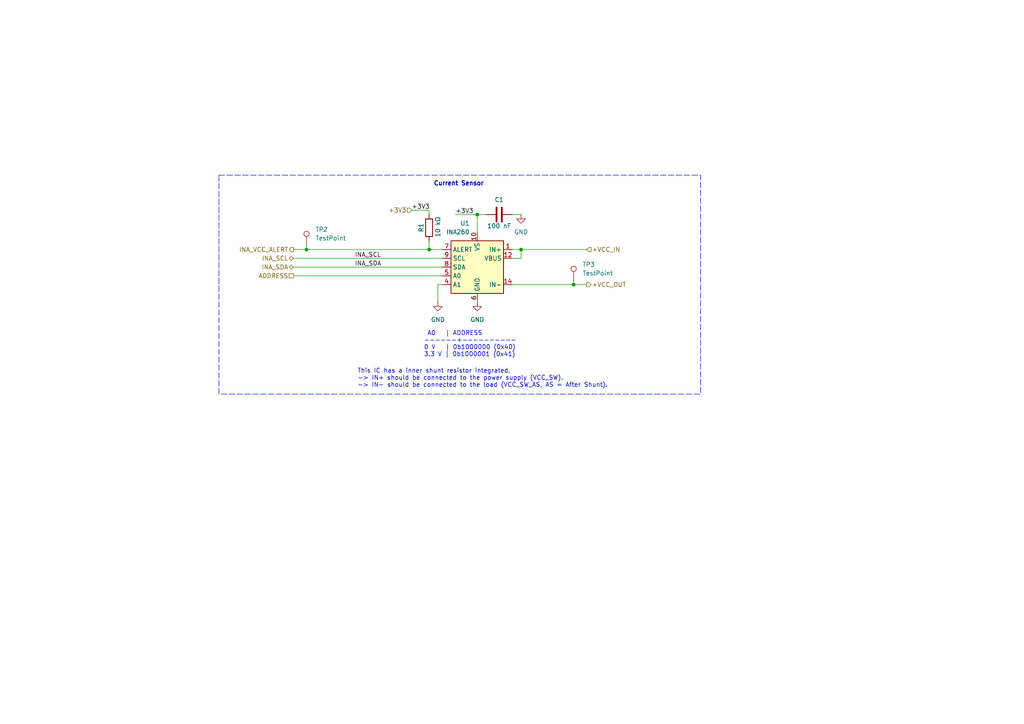
<source format=kicad_sch>
(kicad_sch (version 20231120) (generator "eeschema") (generator_version "8.0")
  (paper "A4")
  (lib_symbols
    (symbol "Connector:TestPoint" (pin_numbers hide) (pin_names (offset 0.762) hide)
      (property "Reference" "TP" (at 0 6.858 0))
      (property "Value" "TestPoint" (at 0 5.08 0))
      (symbol "TestPoint_0_1"
        (circle (center 0 3.302) (radius 0.762))
      )
      (symbol "TestPoint_1_1"
        (pin passive line (at 0 0 90) (length 2.54) (name "1") (number "1"))
      )
    )
    (symbol "Device:C" (pin_numbers hide) (pin_names (offset 0.254))
      (property "Reference" "C" (at 0.635 2.54 0))
      (property "Value" "C" (at 0.635 -2.54 0))
      (symbol "C_0_1"
        (polyline (pts (xy -2.032 -0.762) (xy 2.032 -0.762)) (stroke (width 0.508)))
        (polyline (pts (xy -2.032 0.762) (xy 2.032 0.762)) (stroke (width 0.508)))
      )
      (symbol "C_1_1"
        (pin passive line (at 0 3.81 270) (length 2.794) (name "~") (number "1"))
        (pin passive line (at 0 -3.81 90) (length 2.794) (name "~") (number "2"))
      )
    )
    (symbol "Device:R" (pin_numbers hide) (pin_names (offset 0))
      (property "Reference" "R" (at 2.032 0 90))
      (property "Value" "R" (at 0 0 90))
      (symbol "R_0_1"
        (rectangle (start -1.016 -2.54) (end 1.016 2.54) (stroke (width 0.254)))
      )
      (symbol "R_1_1"
        (pin passive line (at 0 3.81 270) (length 1.27) (name "~") (number "1"))
        (pin passive line (at 0 -3.81 90) (length 1.27) (name "~") (number "2"))
      )
    )
    (symbol "Sensor:INA260"
      (property "Reference" "U" (at -6.35 8.89 0))
      (property "Value" "INA260" (at 2.54 8.89 0))
      (symbol "INA260_0_1"
        (rectangle (start -7.62 7.62) (end 7.62 -7.62) (stroke (width 0.254)) (fill (type background)))
      )
      (symbol "INA260_1_1"
        (pin passive line (at -10.16 5.08 0) (length 2.54) (name "IN+") (number "1"))
        (pin power_in line (at 0 10.16 270) (length 2.54) (name "VS") (number "10"))
        (pin passive line (at 0 -10.16 90) (length 2.54) hide (name "GND") (number "11"))
        (pin passive line (at -10.16 2.54 0) (length 2.54) (name "VBUS") (number "12"))
        (pin no_connect line (at 2.54 -7.62 90) (length 2.54) hide (name "NC") (number "13"))
        (pin passive line (at -10.16 -5.08 0) (length 2.54) (name "IN-") (number "14"))
        (pin passive line (at -10.16 -5.08 0) (length 2.54) hide (name "IN-") (number "15"))
        (pin passive line (at -10.16 -5.08 0) (length 2.54) hide (name "IN-") (number "16"))
        (pin passive line (at -10.16 5.08 0) (length 2.54) hide (name "IN+") (number "2"))
        (pin passive line (at -10.16 5.08 0) (length 2.54) hide (name "IN+") (number "3"))
        (pin input line (at 10.16 -5.08 180) (length 2.54) (name "A1") (number "4"))
        (pin input line (at 10.16 -2.54 180) (length 2.54) (name "A0") (number "5"))
        (pin power_in line (at 0 -10.16 90) (length 2.54) (name "GND") (number "6"))
        (pin open_collector line (at 10.16 5.08 180) (length 2.54) (name "ALERT") (number "7"))
        (pin bidirectional line (at 10.16 0 180) (length 2.54) (name "SDA") (number "8"))
        (pin input line (at 10.16 2.54 180) (length 2.54) (name "SCL") (number "9"))
      )
    )
    (symbol "power:GND" (power) (pin_numbers hide) (pin_names (offset 0) hide)
      (property "Value" "GND" (at 0 -3.81 0))
      (symbol "GND_0_1"
        (polyline (pts (xy 0 0) (xy 0 -1.27) (xy 1.27 -1.27) (xy 0 -2.54) (xy -1.27 -1.27) (xy 0 -1.27)))
      )
      (symbol "GND_1_1"
        (pin power_in line (at 0 0 270) (length 0) (name "~") (number "1"))
      )
    )
  )
  (junction (at 124.46 72.39))
  (junction (at 88.9 72.39))
  (junction (at 138.43 62.23))
  (junction (at 166.37 82.55))
  (junction (at 151.13 72.39))
  (wire (pts (xy 151.13 62.23) (xy 148.59 62.23)))
  (wire (pts (xy 166.37 81.28) (xy 166.37 82.55)))
  (wire (pts (xy 148.59 74.93) (xy 151.13 74.93)))
  (wire (pts (xy 148.59 82.55) (xy 166.37 82.55)))
  (wire (pts (xy 124.46 72.39) (xy 128.27 72.39)))
  (wire (pts (xy 119.38 60.96) (xy 124.46 60.96)))
  (wire (pts (xy 166.37 82.55) (xy 170.18 82.55)))
  (wire (pts (xy 85.09 77.47) (xy 128.27 77.47)))
  (wire (pts (xy 138.43 67.31) (xy 138.43 62.23)))
  (wire (pts (xy 124.46 62.23) (xy 124.46 60.96)))
  (wire (pts (xy 127 82.55) (xy 127 87.63)))
  (wire (pts (xy 151.13 72.39) (xy 151.13 74.93)))
  (wire (pts (xy 128.27 80.01) (xy 85.09 80.01)))
  (wire (pts (xy 85.09 74.93) (xy 128.27 74.93)))
  (wire (pts (xy 138.43 62.23) (xy 140.97 62.23)))
  (wire (pts (xy 124.46 69.85) (xy 124.46 72.39)))
  (wire (pts (xy 88.9 72.39) (xy 124.46 72.39)))
  (wire (pts (xy 148.59 72.39) (xy 151.13 72.39)))
  (wire (pts (xy 151.13 72.39) (xy 170.18 72.39)))
  (wire (pts (xy 132.08 62.23) (xy 138.43 62.23)))
  (wire (pts (xy 88.9 71.12) (xy 88.9 72.39)))
  (wire (pts (xy 85.09 72.39) (xy 88.9 72.39)))
  (wire (pts (xy 127 82.55) (xy 128.27 82.55)))
  (rectangle (start 63.5 50.8) (end 203.2 114.3) (stroke (width 0) (type dash)))
  (text " A0   | ADDRESS\n------+----------\n0 V   | 0b1000000 (0x40)\n3.3 V | 0b1000001 (0x41)" (at 122.936 99.822 0) (effects (font (size 1.27 1.27)) (justify left)))
  (text "This IC has a inner shunt resistor integrated.\n-> IN+ should be connected to the power supply (VCC_SW).\n-> IN- should be connected to the load (VCC_SW_AS, AS = After Shunt)." (at 103.632 109.728 0) (effects (font (size 1.27 1.27)) (justify left)))
  (text "Current Sensor" (at 125.73 53.34 0) (effects (font (size 1.27 1.27) (thickness 0.254) (bold yes)) (justify left)))
  (label "INA_SDA" (at 102.87 77.47 0))
  (label "+3V3" (at 132.08 62.23 0))
  (label "+3V3" (at 119.38 60.96 0))
  (label "INA_SCL" (at 102.87 74.93 0))
  (hierarchical_label "+VCC_OUT" (shape output) (at 170.18 82.55 0))
  (hierarchical_label "INA_SCL" (shape bidirectional) (at 85.09 74.93 180))
  (hierarchical_label "+VCC_IN" (shape input) (at 170.18 72.39 0))
  (hierarchical_label "INA_VCC_ALERT" (shape output) (at 85.09 72.39 180))
  (hierarchical_label "+3V3" (shape input) (at 119.38 60.96 180))
  (hierarchical_label "ADDRESS" (shape passive) (at 85.09 80.01 180))
  (hierarchical_label "INA_SDA" (shape bidirectional) (at 85.09 77.47 180))
  (symbol (lib_id "Device:R") (at 124.46 66.04 180) (unit 1)
    (property "Reference" "R1" (at 122.174 66.04 90))
    (property "Value" "10 kΩ" (at 127 65.786 90))
    (property "Footprint" "Resistor_SMD:R_0603_1608Metric_Pad0.98x0.95mm_HandSolder" (effects (hide yes)))
    (property "Description" "RES SMD 10K OHM 1% 1/10W" (effects (hide yes)))
    (property "mpn" "ERJ-3EKF1002V" (effects (hide yes)))
    (property "manufacturer" "Panasonic Electronic Components" (effects (hide yes)))
    (instances (project "rpi_power_warden_hat" (path "" (reference "R1") (unit 1)) (path "" (reference "R2") (unit 1))))
  )
  (symbol (lib_id "power:GND") (at 151.13 62.23 0) (unit 1)
    (property "Reference" "#PWR7" (effects (hide yes)))
    (property "Value" "GND" (at 151.13 67.31 0))
    (property "Description" "Power symbol creates a global label with name \"GND\" , ground" (effects (hide yes)))
    (instances (project "rpi_power_warden_hat" (path "" (reference "#PWR7") (unit 1)) (path "" (reference "#PWR10") (unit 1))))
  )
  (symbol (lib_id "Connector:TestPoint") (at 88.9 71.12 0) (unit 1)
    (property "Reference" "TP2" (at 91.44 66.5479 0) (effects (justify left)))
    (property "Value" "TestPoint" (at 91.44 69.0879 0) (effects (justify left)))
    (property "Footprint" "TestPoint:TestPoint_Pad_D2.5mm" (effects (hide yes)))
    (property "Description" "test point" (effects (hide yes)))
    (instances (project "rpi_power_warden_hat" (path "" (reference "TP2") (unit 1)) (path "" (reference "TP4") (unit 1))))
  )
  (symbol (lib_id "Connector:TestPoint") (at 166.37 81.28 0) (unit 1)
    (property "Reference" "TP3" (at 168.91 76.7079 0) (effects (justify left)))
    (property "Value" "TestPoint" (at 168.91 79.2479 0) (effects (justify left)))
    (property "Footprint" "TestPoint:TestPoint_Pad_D2.5mm" (effects (hide yes)))
    (property "Description" "test point" (effects (hide yes)))
    (instances (project "rpi_power_warden_hat" (path "" (reference "TP3") (unit 1)) (path "" (reference "TP5") (unit 1))))
  )
  (symbol (lib_id "power:GND") (at 138.43 87.63 0) (unit 1)
    (property "Reference" "#PWR6" (effects (hide yes)))
    (property "Value" "GND" (at 138.43 92.71 0))
    (property "Description" "Power symbol creates a global label with name \"GND\" , ground" (effects (hide yes)))
    (instances (project "rpi_power_warden_hat" (path "" (reference "#PWR6") (unit 1)) (path "" (reference "#PWR9") (unit 1))))
  )
  (symbol (lib_id "Device:C") (at 144.78 62.23 90) (unit 1)
    (property "Reference" "C1" (at 144.78 57.912 90))
    (property "Value" "100 nF" (at 144.78 65.532 90))
    (property "Footprint" "Capacitor_SMD:C_0603_1608Metric_Pad1.08x0.95mm_HandSolder" (effects (hide yes)))
    (property "Description" "CAP 0603 25V 100 NF X5R" (effects (hide yes)))
    (property "mpn" "CC0603KRX5R8BB104" (effects (hide yes)))
    (property "manufacturer" "YAGEO" (effects (hide yes)))
    (instances (project "rpi_power_warden_hat" (path "" (reference "C1") (unit 1)) (path "" (reference "C2") (unit 1))))
  )
  (symbol (lib_id "Sensor:INA260") (at 138.43 77.47 0) (mirror y) (unit 1)
    (property "Reference" "U1" (at 136.2359 64.77 0) (effects (justify left)))
    (property "Value" "INA260" (at 136.2359 67.31 0) (effects (justify left)))
    (property "Footprint" "Package_SO:TSSOP-16_4.4x5mm_P0.65mm" (effects (hide yes)))
    (property "Datasheet" "http://www.ti.com/lit/ds/symlink/ina260.pdf" (effects (hide yes)))
    (property "Description" "Current/power/voltage monitor with Integrated 2mΩ Shunt Resistor, 2.7V - 5.5V, I2C, TSSOP-16" (effects (hide yes)))
    (instances (project "rpi_power_warden_hat" (path "" (reference "U1") (unit 1)) (path "" (reference "U2") (unit 1))))
  )
  (symbol (lib_id "power:GND") (at 127 87.63 0) (unit 1)
    (property "Reference" "#PWR5" (effects (hide yes)))
    (property "Value" "GND" (at 127 92.71 0))
    (property "Description" "Power symbol creates a global label with name \"GND\" , ground" (effects (hide yes)))
    (instances (project "rpi_power_warden_hat" (path "" (reference "#PWR5") (unit 1)) (path "" (reference "#PWR8") (unit 1))))
  )
)
</source>
